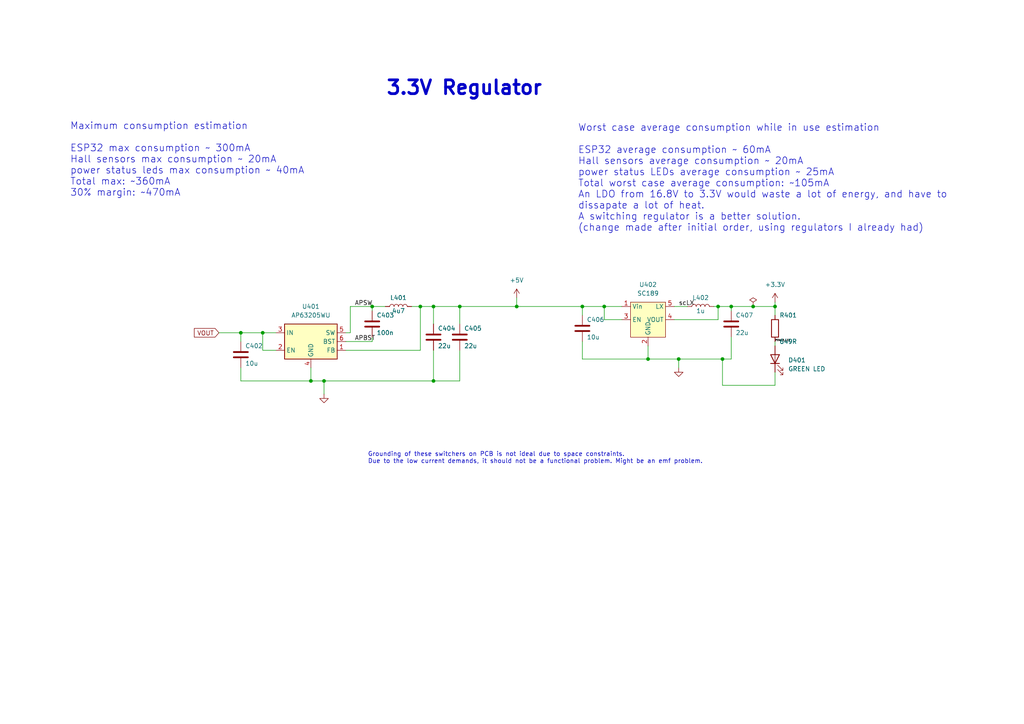
<source format=kicad_sch>
(kicad_sch (version 20211123) (generator eeschema)
  (paper "A4")
  (title_block (rev "0.3") (company "Eldalote Electronics"))
  (lib_symbols
    (symbol "Device:C" (pin_numbers hide) (pin_names (offset 0.254))
      (property "Reference" "C" (at 0.635 2.54 0))
      (property "Value" "C" (at 0.635 -2.54 0))
      (symbol "C_0_1"
        (polyline (pts (xy -2.032 -0.762) (xy 2.032 -0.762)) (stroke (width 0.508)))
        (polyline (pts (xy -2.032 0.762) (xy 2.032 0.762)) (stroke (width 0.508)))
      )
      (symbol "C_1_1"
        (pin passive line (at 0 3.81 270) (length 2.794) (name "~") (number "1"))
        (pin passive line (at 0 -3.81 90) (length 2.794) (name "~") (number "2"))
      )
    )
    (symbol "Device:L" (pin_numbers hide) (pin_names (offset 1.016) hide)
      (property "Reference" "L" (at -1.27 0 90))
      (property "Value" "L" (at 1.905 0 90))
      (symbol "L_0_1"
        (arc (start 0 -2.54) (mid 0.635 -1.905) (end 0 -1.27))
        (arc (start 0 -1.27) (mid 0.635 -0.635) (end 0 0))
        (arc (start 0 0) (mid 0.635 0.635) (end 0 1.27))
        (arc (start 0 1.27) (mid 0.635 1.905) (end 0 2.54))
      )
      (symbol "L_1_1"
        (pin passive line (at 0 3.81 270) (length 1.27) (name "1") (number "1"))
        (pin passive line (at 0 -3.81 90) (length 1.27) (name "2") (number "2"))
      )
    )
    (symbol "Device:LED" (pin_numbers hide) (pin_names (offset 1.016) hide)
      (property "Reference" "D" (at 0 2.54 0))
      (property "Value" "LED" (at 0 -2.54 0))
      (symbol "LED_0_1"
        (polyline (pts (xy -1.27 -1.27) (xy -1.27 1.27)) (stroke (width 0.254)))
        (polyline (pts (xy -1.27 0) (xy 1.27 0)))
        (polyline (pts (xy 1.27 -1.27) (xy 1.27 1.27) (xy -1.27 0) (xy 1.27 -1.27)) (stroke (width 0.254)))
        (polyline (pts (xy -3.048 -0.762) (xy -4.572 -2.286) (xy -3.81 -2.286) (xy -4.572 -2.286) (xy -4.572 -1.524)))
        (polyline (pts (xy -1.778 -0.762) (xy -3.302 -2.286) (xy -2.54 -2.286) (xy -3.302 -2.286) (xy -3.302 -1.524)))
      )
      (symbol "LED_1_1"
        (pin passive line (at -3.81 0 0) (length 2.54) (name "K") (number "1"))
        (pin passive line (at 3.81 0 180) (length 2.54) (name "A") (number "2"))
      )
    )
    (symbol "Device:R" (pin_numbers hide) (pin_names (offset 0))
      (property "Reference" "R" (at 2.032 0 90))
      (property "Value" "R" (at 0 0 90))
      (symbol "R_0_1"
        (rectangle (start -1.016 -2.54) (end 1.016 2.54) (stroke (width 0.254)))
      )
      (symbol "R_1_1"
        (pin passive line (at 0 3.81 270) (length 1.27) (name "~") (number "1"))
        (pin passive line (at 0 -3.81 90) (length 1.27) (name "~") (number "2"))
      )
    )
    (symbol "Eldalote_symbols:SC189"
      (property "Reference" "U" (at -3.81 3.81 0))
      (property "Value" "SC189" (at 1.27 3.81 0))
      (symbol "SC189_0_1"
        (rectangle (start -5.08 2.54) (end 5.08 -7.62) (fill (type background)))
      )
      (symbol "SC189_1_1"
        (pin passive line (at -7.62 1.27 0) (length 2.54) (name "Vin") (number "1"))
        (pin passive line (at 0 -10.16 90) (length 2.54) (name "GND") (number "2"))
        (pin passive line (at -7.62 -2.54 0) (length 2.54) (name "EN") (number "3"))
        (pin passive line (at 7.62 -2.54 180) (length 2.54) (name "VOUT") (number "4"))
        (pin passive line (at 7.62 1.27 180) (length 2.54) (name "LX") (number "5"))
      )
    )
    (symbol "Regulator_Switching:AP63205WU"
      (property "Reference" "U" (at -7.62 6.35 0))
      (property "Value" "AP63205WU" (at 2.54 6.35 0))
      (symbol "AP63205WU_0_1"
        (rectangle (start -7.62 5.08) (end 7.62 -5.08) (stroke (width 0.254)) (fill (type background)))
      )
      (symbol "AP63205WU_1_1"
        (pin input line (at 10.16 -2.54 180) (length 2.54) (name "FB") (number "1"))
        (pin input line (at -10.16 -2.54 0) (length 2.54) (name "EN") (number "2"))
        (pin power_in line (at -10.16 2.54 0) (length 2.54) (name "IN") (number "3"))
        (pin power_in line (at 0 -7.62 90) (length 2.54) (name "GND") (number "4"))
        (pin output line (at 10.16 2.54 180) (length 2.54) (name "SW") (number "5"))
        (pin passive line (at 10.16 0 180) (length 2.54) (name "BST") (number "6"))
      )
    )
    (symbol "power:+3.3V" (power) (pin_names (offset 0))
      (property "Value" "+3.3V" (at 0 3.556 0))
      (symbol "+3.3V_0_1"
        (polyline (pts (xy -0.762 1.27) (xy 0 2.54)))
        (polyline (pts (xy 0 0) (xy 0 2.54)))
        (polyline (pts (xy 0 2.54) (xy 0.762 1.27)))
      )
      (symbol "+3.3V_1_1"
        (pin power_in line (at 0 0 90) (length 0) hide (name "+3.3V") (number "1"))
      )
    )
    (symbol "power:+5V" (power) (pin_names (offset 0))
      (property "Value" "+5V" (at 0 3.556 0))
      (symbol "+5V_0_1"
        (polyline (pts (xy -0.762 1.27) (xy 0 2.54)))
        (polyline (pts (xy 0 0) (xy 0 2.54)))
        (polyline (pts (xy 0 2.54) (xy 0.762 1.27)))
      )
      (symbol "+5V_1_1"
        (pin power_in line (at 0 0 90) (length 0) hide (name "+5V") (number "1"))
      )
    )
    (symbol "power:GND" (power) (pin_names (offset 0))
      (property "Value" "GND" (at 0 -3.81 0))
      (symbol "GND_0_1"
        (polyline (pts (xy 0 0) (xy 0 -1.27) (xy 1.27 -1.27) (xy 0 -2.54) (xy -1.27 -1.27) (xy 0 -1.27)))
      )
      (symbol "GND_1_1"
        (pin power_in line (at 0 0 270) (length 0) hide (name "GND") (number "1"))
      )
    )
    (symbol "power:PWR_FLAG" (power) (pin_numbers hide) (pin_names (offset 0) hide)
      (property "Value" "PWR_FLAG" (at 0 3.81 0))
      (symbol "PWR_FLAG_0_0"
        (pin power_out line (at 0 0 90) (length 0) (name "pwr") (number "1"))
      )
      (symbol "PWR_FLAG_0_1"
        (polyline (pts (xy 0 0) (xy 0 1.27) (xy -1.016 1.905) (xy 0 2.54) (xy 1.016 1.905) (xy 0 1.27)))
      )
    )
  )
  (junction (at 93.98 110.49))
  (junction (at 76.2 96.52))
  (junction (at 90.17 110.49))
  (junction (at 209.55 104.14))
  (junction (at 208.28 88.9))
  (junction (at 107.95 88.9))
  (junction (at 187.96 104.14))
  (junction (at 175.26 88.9))
  (junction (at 69.85 96.52))
  (junction (at 125.73 88.9))
  (junction (at 168.91 88.9))
  (junction (at 196.85 104.14))
  (junction (at 212.09 88.9))
  (junction (at 224.79 88.9))
  (junction (at 125.73 110.49))
  (junction (at 121.92 88.9))
  (junction (at 149.86 88.9))
  (junction (at 218.44 88.9))
  (junction (at 133.35 88.9))
  (wire (pts (xy 121.92 101.6) (xy 121.92 88.9)))
  (wire (pts (xy 101.6 88.9) (xy 101.6 96.52)))
  (wire (pts (xy 121.92 88.9) (xy 119.38 88.9)))
  (wire (pts (xy 168.91 88.9) (xy 168.91 91.44)))
  (wire (pts (xy 69.85 96.52) (xy 76.2 96.52)))
  (wire (pts (xy 195.58 92.71) (xy 208.28 92.71)))
  (wire (pts (xy 212.09 104.14) (xy 212.09 97.79)))
  (wire (pts (xy 208.28 88.9) (xy 212.09 88.9)))
  (wire (pts (xy 100.33 99.06) (xy 107.95 99.06)))
  (wire (pts (xy 168.91 104.14) (xy 187.96 104.14)))
  (wire (pts (xy 93.98 110.49) (xy 93.98 114.3)))
  (wire (pts (xy 209.55 104.14) (xy 212.09 104.14)))
  (wire (pts (xy 100.33 101.6) (xy 121.92 101.6)))
  (wire (pts (xy 168.91 99.06) (xy 168.91 104.14)))
  (wire (pts (xy 133.35 88.9) (xy 149.86 88.9)))
  (wire (pts (xy 69.85 110.49) (xy 69.85 106.68)))
  (wire (pts (xy 187.96 100.33) (xy 187.96 104.14)))
  (wire (pts (xy 125.73 110.49) (xy 93.98 110.49)))
  (wire (pts (xy 224.79 91.44) (xy 224.79 88.9)))
  (wire (pts (xy 80.01 101.6) (xy 76.2 101.6)))
  (wire (pts (xy 195.58 88.9) (xy 199.39 88.9)))
  (wire (pts (xy 69.85 96.52) (xy 69.85 99.06)))
  (wire (pts (xy 224.79 111.76) (xy 209.55 111.76)))
  (wire (pts (xy 224.79 107.95) (xy 224.79 111.76)))
  (wire (pts (xy 212.09 88.9) (xy 218.44 88.9)))
  (wire (pts (xy 93.98 110.49) (xy 90.17 110.49)))
  (wire (pts (xy 149.86 86.36) (xy 149.86 88.9)))
  (wire (pts (xy 209.55 111.76) (xy 209.55 104.14)))
  (wire (pts (xy 168.91 88.9) (xy 175.26 88.9)))
  (wire (pts (xy 107.95 88.9) (xy 101.6 88.9)))
  (wire (pts (xy 111.76 88.9) (xy 107.95 88.9)))
  (wire (pts (xy 125.73 93.98) (xy 125.73 88.9)))
  (wire (pts (xy 196.85 104.14) (xy 196.85 106.68)))
  (wire (pts (xy 107.95 88.9) (xy 107.95 90.17)))
  (wire (pts (xy 133.35 93.98) (xy 133.35 88.9)))
  (wire (pts (xy 196.85 104.14) (xy 209.55 104.14)))
  (wire (pts (xy 224.79 99.06) (xy 224.79 100.33)))
  (wire (pts (xy 125.73 101.6) (xy 125.73 110.49)))
  (wire (pts (xy 175.26 92.71) (xy 175.26 88.9)))
  (wire (pts (xy 133.35 101.6) (xy 133.35 110.49)))
  (wire (pts (xy 76.2 96.52) (xy 80.01 96.52)))
  (wire (pts (xy 224.79 87.63) (xy 224.79 88.9)))
  (wire (pts (xy 207.01 88.9) (xy 208.28 88.9)))
  (wire (pts (xy 212.09 88.9) (xy 212.09 90.17)))
  (wire (pts (xy 76.2 101.6) (xy 76.2 96.52)))
  (wire (pts (xy 100.33 96.52) (xy 101.6 96.52)))
  (wire (pts (xy 63.5 96.52) (xy 69.85 96.52)))
  (wire (pts (xy 133.35 110.49) (xy 125.73 110.49)))
  (wire (pts (xy 218.44 88.9) (xy 224.79 88.9)))
  (wire (pts (xy 187.96 104.14) (xy 196.85 104.14)))
  (wire (pts (xy 125.73 88.9) (xy 121.92 88.9)))
  (wire (pts (xy 90.17 110.49) (xy 69.85 110.49)))
  (wire (pts (xy 133.35 88.9) (xy 125.73 88.9)))
  (wire (pts (xy 107.95 99.06) (xy 107.95 97.79)))
  (wire (pts (xy 149.86 88.9) (xy 168.91 88.9)))
  (wire (pts (xy 180.34 92.71) (xy 175.26 92.71)))
  (wire (pts (xy 175.26 88.9) (xy 180.34 88.9)))
  (wire (pts (xy 90.17 106.68) (xy 90.17 110.49)))
  (wire (pts (xy 208.28 92.71) (xy 208.28 88.9)))
  (text "Worst case average consumption while in use estimation\n\nESP32 average consumption ~ 60mA\nHall sensors average consumption ~ 20mA\npower status LEDs average consumption ~ 25mA\nTotal worst case average consumption: ~105mA\nAn LDO from 16.8V to 3.3V would waste a lot of energy, and have to\ndissapate a lot of heat.\nA switching regulator is a better solution. \n(change made after initial order, using regulators I already had)\n" (at 167.64 67.31 0) (effects (font (size 2 2)) (justify left bottom)))
  (text "Grounding of these switchers on PCB is not ideal due to space constraints.\nDue to the low current demands, it should not be a functional problem. Might be an emf problem." (at 106.68 134.62 0) (effects (font (size 1.27 1.27)) (justify left bottom)))
  (text "Maximum consumption estimation\n\nESP32 max consumption ~ 300mA\nHall sensors max consumption ~ 20mA\npower status leds max consumption ~ 40mA\nTotal max: ~360mA \n30% margin: ~470mA\n" (at 20.32 57.15 0) (effects (font (size 2 2)) (justify left bottom)))
  (text "3.3V Regulator" (at 111.76 27.94 0) (effects (font (size 4 4) (thickness 0.8) bold) (justify left bottom)))
  (label "scLX" (at 196.85 88.9 0))
  (label "APSW" (at 102.87 88.9 0))
  (label "APBST" (at 102.87 99.06 0))
  (label "POWER_LED" (at 224.79 99.06 0) (effects (font (size 0.5 0.5))))
  (global_label "VOUT" (shape input) (at 63.5 96.52 180) (property "Intersheet References" "${INTERSHEET_REFS}" (effects hide)))
  (symbol (lib_id "Device:C") (at 69.85 102.87 0) (unit 1)
    (property "Reference" "C402" (at 71.12 100.33 0) (effects (justify left)))
    (property "Value" "10u" (at 71.12 105.41 0) (effects (justify left)))
    (property "Footprint" "Capacitor_SMD:C_0805_2012Metric" (effects hide))
  )
  (symbol (lib_id "Device:LED") (at 224.79 104.14 90) (unit 1)
    (property "Reference" "D401" (at 228.6 104.4574 90) (effects (justify right)))
    (property "Value" "GREEN LED" (at 228.6 106.9974 90) (effects (justify right)))
    (property "Footprint" "LED_SMD:LED_0805_2012Metric" (effects hide))
    (property "MfID" "APT2012CGCK" (effects hide))
  )
  (symbol (lib_id "power:+3.3V") (at 224.79 87.63 0) (unit 1)
    (property "Reference" "#PWR0404" (effects hide))
    (property "Value" "+3.3V" (at 224.79 82.55 0))
  )
  (symbol (lib_id "power:GND") (at 93.98 114.3 0) (unit 1)
    (property "Reference" "#PWR0401" (effects hide))
    (property "Value" "GND" (effects hide))
  )
  (symbol (lib_id "Device:L") (at 115.57 88.9 90) (unit 1)
    (property "Reference" "L401" (at 115.57 86.36 90))
    (property "Value" "4u7" (at 115.57 90.17 90))
    (property "Footprint" "Inductor_SMD:L_1210_3225Metric" (effects hide))
  )
  (symbol (lib_id "Device:L") (at 203.2 88.9 90) (unit 1)
    (property "Reference" "L402" (at 203.2 86.36 90))
    (property "Value" "1u" (at 203.2 90.17 90))
    (property "Footprint" "Inductor_SMD:L_1210_3225Metric" (effects hide))
  )
  (symbol (lib_id "power:PWR_FLAG") (at 218.44 88.9 0) (unit 1)
    (property "Reference" "#FLG0401" (effects hide))
    (property "Value" "PWR_FLAG" (effects hide))
  )
  (symbol (lib_id "power:+5V") (at 149.86 86.36 0) (unit 1)
    (property "Reference" "#PWR0402" (effects hide))
    (property "Value" "+5V" (at 149.86 81.28 0))
  )
  (symbol (lib_id "Eldalote_symbols:SC189") (at 187.96 90.17 0) (unit 1)
    (property "Reference" "U402" (at 187.96 82.55 0))
    (property "Value" "SC189" (at 187.96 85.09 0))
    (property "Footprint" "Package_TO_SOT_SMD:SOT-23-5" (effects hide))
  )
  (symbol (lib_id "Device:C") (at 133.35 97.79 0) (unit 1)
    (property "Reference" "C405" (at 134.62 95.25 0) (effects (justify left)))
    (property "Value" "22u" (at 134.62 100.33 0) (effects (justify left)))
    (property "Footprint" "Capacitor_SMD:C_0805_2012Metric" (effects hide))
  )
  (symbol (lib_id "Regulator_Switching:AP63205WU") (at 90.17 99.06 0) (unit 1)
    (property "Reference" "U401" (at 90.17 88.9 0))
    (property "Value" "AP63205WU" (at 90.17 91.44 0))
    (property "Footprint" "Package_TO_SOT_SMD:TSOT-23-6" (effects hide))
    (property "Datasheet" "https://www.diodes.com/assets/Datasheets/AP63200-AP63201-AP63203-AP63205.pdf" (effects hide))
  )
  (symbol (lib_id "Device:R") (at 224.79 95.25 0) (unit 1)
    (property "Reference" "R401" (at 226.06 91.44 0) (effects (justify left)))
    (property "Value" "649R" (at 226.06 99.06 0) (effects (justify left)))
    (property "Footprint" "Resistor_SMD:R_0402_1005Metric" (effects hide))
    (property "MfID" "RC0402FR-07649RL" (effects hide))
  )
  (symbol (lib_id "power:GND") (at 196.85 106.68 0) (unit 1)
    (property "Reference" "#PWR0403" (effects hide))
    (property "Value" "GND" (effects hide))
  )
  (symbol (lib_id "Device:C") (at 125.73 97.79 0) (unit 1)
    (property "Reference" "C404" (at 127 95.25 0) (effects (justify left)))
    (property "Value" "22u" (at 127 100.33 0) (effects (justify left)))
    (property "Footprint" "Capacitor_SMD:C_0805_2012Metric" (effects hide))
  )
  (symbol (lib_id "Device:C") (at 212.09 93.98 0) (unit 1)
    (property "Reference" "C407" (at 213.36 91.44 0) (effects (justify left)))
    (property "Value" "22u" (at 213.36 96.52 0) (effects (justify left)))
    (property "Footprint" "Capacitor_SMD:C_0805_2012Metric" (effects hide))
  )
  (symbol (lib_id "Device:C") (at 168.91 95.25 0) (unit 1)
    (property "Reference" "C406" (at 170.18 92.71 0) (effects (justify left)))
    (property "Value" "10u" (at 170.18 97.79 0) (effects (justify left)))
    (property "Footprint" "Capacitor_SMD:C_0805_2012Metric" (effects hide))
  )
  (symbol (lib_id "Device:C") (at 107.95 93.98 0) (unit 1)
    (property "Reference" "C403" (at 109.22 91.44 0) (effects (justify left)))
    (property "Value" "100n" (at 109.22 96.52 0) (effects (justify left)))
    (property "Footprint" "Capacitor_SMD:C_0402_1005Metric" (effects hide))
  )
)
</source>
